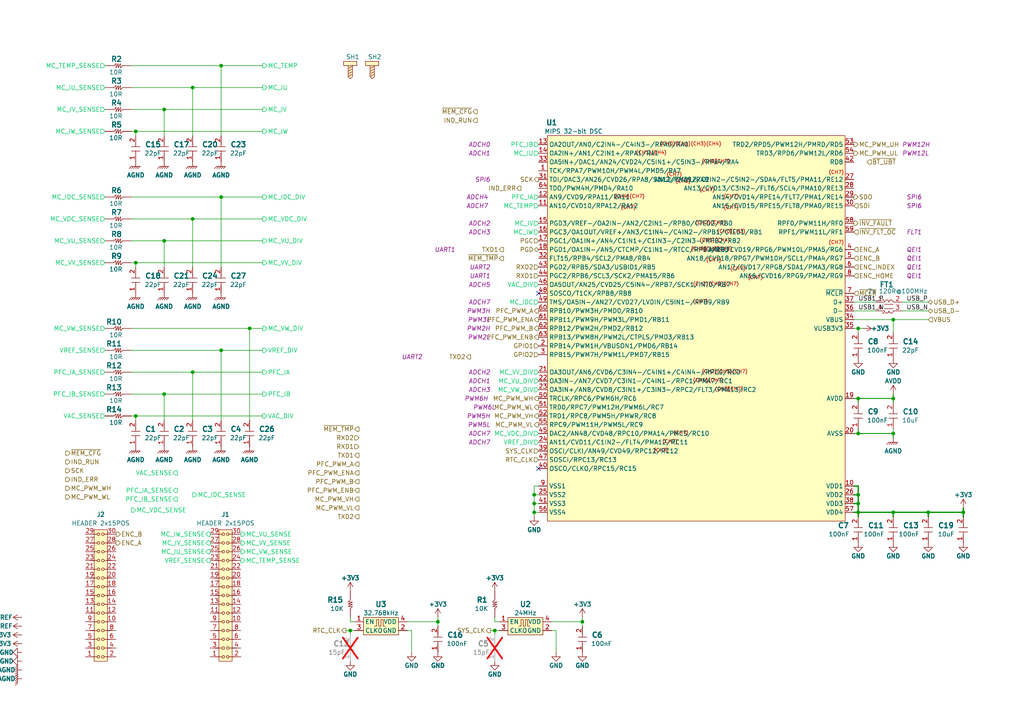
<source format=kicad_sch>
(kicad_sch (version 20231120) (generator "eeschema") (generator_version "8.0")
  (paper "A4")
  (title_block (title "MCU PLUG-IN MODULE (PIM)") (date "2024-09-30") (rev "0.0") (company "TON DUC THANG UNIVERSITY") (comment 1 "Schematic Designed by ...") (comment 2 "PCB Designed by ...") (comment 3 "Approved by ..."))
  (junction (at 269.24 148.59))
  (junction (at 47.625 31.75))
  (junction (at 168.91 180.34))
  (junction (at 101.6 182.88))
  (junction (at 47.625 69.85))
  (junction (at 259.08 148.59))
  (junction (at 55.88 63.5))
  (junction (at 55.88 107.95))
  (junction (at 64.135 101.6))
  (junction (at 248.92 148.59))
  (junction (at 154.94 143.51))
  (junction (at 39.37 120.65))
  (junction (at 248.92 146.05))
  (junction (at 39.37 76.2))
  (junction (at 127 180.34))
  (junction (at 259.08 92.71))
  (junction (at 248.92 125.73))
  (junction (at 72.39 95.25))
  (junction (at 64.135 19.05))
  (junction (at 154.94 146.05))
  (junction (at 154.94 148.59))
  (junction (at 248.92 143.51))
  (junction (at 39.37 38.1))
  (junction (at 55.88 25.4))
  (junction (at 64.135 57.15))
  (junction (at 259.08 115.57))
  (junction (at 47.625 114.3))
  (junction (at 248.92 115.57))
  (junction (at 248.92 95.25))
  (junction (at 259.08 125.73))
  (junction (at 279.4 148.59))
  (junction (at 143.51 182.88))
  (no_connect (at 156.21 85.09))
  (no_connect (at 156.21 135.89))
  (wire (pts (xy 47.625 69.85) (xy 76.2 69.85)))
  (wire (pts (xy 261.62 90.17) (xy 269.24 90.17)))
  (wire (pts (xy 248.92 96.52) (xy 248.92 95.25)))
  (wire (pts (xy 259.08 114.3) (xy 259.08 115.57)) (stroke (width 0.254)))
  (wire (pts (xy 248.92 148.59) (xy 248.92 149.86)) (stroke (width 0.381)))
  (wire (pts (xy 261.62 87.63) (xy 269.24 87.63)))
  (wire (pts (xy 279.4 147.32) (xy 279.4 148.59)) (stroke (width 0.381)))
  (wire (pts (xy 254 87.63) (xy 247.65 87.63)))
  (wire (pts (xy 156.21 148.59) (xy 154.94 148.59)))
  (wire (pts (xy 39.37 76.2) (xy 76.2 76.2)))
  (wire (pts (xy 101.6 180.34) (xy 101.6 179.07)))
  (wire (pts (xy 248.92 124.46) (xy 248.92 125.73)) (stroke (width 0.254)))
  (wire (pts (xy 55.88 25.4) (xy 55.88 39.37)))
  (wire (pts (xy 55.88 25.4) (xy 76.2 25.4)))
  (wire (pts (xy 64.135 57.15) (xy 76.2 57.15)))
  (wire (pts (xy 47.625 114.3) (xy 47.625 121.92)))
  (wire (pts (xy 161.29 189.23) (xy 161.29 182.88)))
  (wire (pts (xy 47.625 114.3) (xy 76.2 114.3)))
  (wire (pts (xy 269.24 148.59) (xy 279.4 148.59)) (stroke (width 0.381)))
  (wire (pts (xy 127 179.07) (xy 127 180.34)))
  (wire (pts (xy 38.1 114.3) (xy 47.625 114.3)))
  (wire (pts (xy 38.1 31.75) (xy 47.625 31.75)))
  (wire (pts (xy 55.88 63.5) (xy 76.2 63.5)))
  (wire (pts (xy 119.38 182.88) (xy 118.11 182.88)))
  (wire (pts (xy 72.39 121.92) (xy 72.39 95.25)))
  (wire (pts (xy 259.08 92.71) (xy 269.24 92.71)))
  (wire (pts (xy 100.33 182.88) (xy 101.6 182.88)))
  (wire (pts (xy 154.94 146.05) (xy 154.94 143.51)))
  (wire (pts (xy 259.08 124.46) (xy 259.08 125.73)))
  (wire (pts (xy 102.87 180.34) (xy 101.6 180.34)))
  (wire (pts (xy 55.88 107.95) (xy 76.2 107.95)))
  (wire (pts (xy 142.24 182.88) (xy 143.51 182.88)))
  (wire (pts (xy 47.625 31.75) (xy 47.625 39.37)))
  (wire (pts (xy 55.88 107.95) (xy 38.1 107.95)))
  (wire (pts (xy 39.37 76.2) (xy 39.37 77.47)))
  (wire (pts (xy 64.135 101.6) (xy 76.2 101.6)))
  (wire (pts (xy 247.65 146.05) (xy 248.92 146.05)) (stroke (width 0.381)))
  (wire (pts (xy 248.92 115.57) (xy 247.65 115.57)) (stroke (width 0.254)))
  (wire (pts (xy 160.02 180.34) (xy 168.91 180.34)))
  (wire (pts (xy 248.92 116.84) (xy 248.92 115.57)) (stroke (width 0.254)))
  (wire (pts (xy 38.1 19.05) (xy 64.135 19.05)))
  (wire (pts (xy 248.92 146.05) (xy 248.92 148.59)) (stroke (width 0.381)))
  (wire (pts (xy 39.37 38.1) (xy 39.37 39.37)))
  (wire (pts (xy 38.1 25.4) (xy 55.88 25.4)))
  (wire (pts (xy 154.94 146.05) (xy 156.21 146.05)))
  (wire (pts (xy 64.135 57.15) (xy 64.135 77.47)))
  (wire (pts (xy 259.08 116.84) (xy 259.08 115.57)) (stroke (width 0.254)))
  (wire (pts (xy 247.65 140.97) (xy 248.92 140.97)) (stroke (width 0.381)))
  (wire (pts (xy 259.08 125.73) (xy 259.08 127)) (stroke (width 0.254)))
  (wire (pts (xy 72.39 95.25) (xy 38.1 95.25)))
  (wire (pts (xy 248.92 95.25) (xy 250.19 95.25)))
  (wire (pts (xy 55.88 121.92) (xy 55.88 107.95)))
  (wire (pts (xy 55.88 77.47) (xy 55.88 63.5)))
  (wire (pts (xy 168.91 180.34) (xy 168.91 181.61)))
  (wire (pts (xy 144.78 180.34) (xy 143.51 180.34)))
  (wire (pts (xy 248.92 115.57) (xy 259.08 115.57)) (stroke (width 0.254)))
  (wire (pts (xy 279.4 149.86) (xy 279.4 148.59)) (stroke (width 0.381)))
  (wire (pts (xy 39.37 38.1) (xy 76.2 38.1)))
  (wire (pts (xy 154.94 148.59) (xy 154.94 149.86)))
  (wire (pts (xy 101.6 184.15) (xy 101.6 182.88)))
  (wire (pts (xy 154.94 143.51) (xy 154.94 140.97)))
  (wire (pts (xy 64.135 101.6) (xy 64.135 121.92)))
  (wire (pts (xy 248.92 143.51) (xy 248.92 146.05)) (stroke (width 0.381)))
  (wire (pts (xy 47.625 69.85) (xy 38.1 69.85)))
  (wire (pts (xy 247.65 148.59) (xy 248.92 148.59)) (stroke (width 0.381)))
  (wire (pts (xy 47.625 31.75) (xy 76.2 31.75)))
  (wire (pts (xy 254 90.17) (xy 247.65 90.17)))
  (wire (pts (xy 248.92 125.73) (xy 247.65 125.73)) (stroke (width 0.254)))
  (wire (pts (xy 39.37 120.65) (xy 38.1 120.65)))
  (wire (pts (xy 38.1 38.1) (xy 39.37 38.1)))
  (wire (pts (xy 269.24 148.59) (xy 269.24 149.86)) (stroke (width 0.381)))
  (wire (pts (xy 39.37 120.65) (xy 76.2 120.65)))
  (wire (pts (xy 247.65 92.71) (xy 259.08 92.71)))
  (wire (pts (xy 259.08 92.71) (xy 259.08 96.52)))
  (wire (pts (xy 248.92 95.25) (xy 247.65 95.25)))
  (wire (pts (xy 247.65 143.51) (xy 248.92 143.51)) (stroke (width 0.381)))
  (wire (pts (xy 38.1 101.6) (xy 64.135 101.6)))
  (wire (pts (xy 118.11 180.34) (xy 127 180.34)))
  (wire (pts (xy 38.1 76.2) (xy 39.37 76.2)))
  (wire (pts (xy 119.38 189.23) (xy 119.38 182.88)))
  (wire (pts (xy 143.51 184.15) (xy 143.51 182.88)))
  (wire (pts (xy 161.29 182.88) (xy 160.02 182.88)))
  (wire (pts (xy 154.94 140.97) (xy 156.21 140.97)))
  (wire (pts (xy 101.6 182.88) (xy 102.87 182.88)))
  (wire (pts (xy 154.94 143.51) (xy 156.21 143.51)))
  (wire (pts (xy 55.88 63.5) (xy 38.1 63.5)))
  (wire (pts (xy 143.51 182.88) (xy 144.78 182.88)))
  (wire (pts (xy 127 180.34) (xy 127 181.61)))
  (wire (pts (xy 39.37 121.92) (xy 39.37 120.65)))
  (wire (pts (xy 47.625 77.47) (xy 47.625 69.85)))
  (wire (pts (xy 72.39 95.25) (xy 76.2 95.25)))
  (wire (pts (xy 259.08 148.59) (xy 269.24 148.59)) (stroke (width 0.381)))
  (wire (pts (xy 168.91 179.07) (xy 168.91 180.34)))
  (wire (pts (xy 38.1 57.15) (xy 64.135 57.15)))
  (wire (pts (xy 259.08 148.59) (xy 259.08 149.86)) (stroke (width 0.381)))
  (wire (pts (xy 248.92 148.59) (xy 259.08 148.59)) (stroke (width 0.381)))
  (wire (pts (xy 64.135 19.05) (xy 64.135 39.37)))
  (wire (pts (xy 64.135 19.05) (xy 76.2 19.05)))
  (wire (pts (xy 154.94 148.59) (xy 154.94 146.05)))
  (wire (pts (xy 248.92 140.97) (xy 248.92 143.51)) (stroke (width 0.381)))
  (wire (pts (xy 259.08 125.73) (xy 248.92 125.73)) (stroke (width 0.254)))
  (wire (pts (xy 143.51 180.34) (xy 143.51 179.07)))
  (text "(CH7)" (at 212.09 57.15 0) (effects (font (size 1.016 1.016))))
  (text "(CH3)" (at 213.995 67.31 0) (effects (font (size 1.016 1.016))))
  (text "(CH3)" (at 209.55 113.03 0) (effects (font (size 1.016 1.016))))
  (text "(CH5)" (at 210.185 107.95 0) (effects (font (size 1.016 1.016))))
  (text "(CH7)" (at 195.58 50.8 0) (effects (font (size 1.016 1.016))))
  (text "(CH7)" (at 191.77 130.81 0) (effects (font (size 1.016 1.016))))
  (text "(CH1)" (at 203.2 110.49 0) (effects (font (size 1.016 1.016))))
  (text "(CH0)" (at 205.74 46.99 0) (effects (font (size 1.016 1.016))))
  (text "(CH4)" (at 209.55 69.85 0) (effects (font (size 1.016 1.016))))
  (text "(CH2)" (at 203.835 64.77 0) (effects (font (size 1.016 1.016))))
  (text "(CH7)" (at 182.245 60.325 0) (effects (font (size 1.016 1.016))))
  (text "(CH1)" (at 186.69 44.45 0) (effects (font (size 1.016 1.016))))
  (text "(CH3)" (at 202.565 41.91 0) (effects (font (size 1.016 1.016))))
  (text "(CH0)" (at 202.565 72.39 0) (effects (font (size 1.016 1.016))))
  (text "(CH7)" (at 212.09 82.55 0) (effects (font (size 1.016 1.016))))
  (text "(CH1)" (at 198.12 41.91 0) (effects (font (size 1.016 1.016))))
  (text "(CH5)" (at 208.28 64.77 0) (effects (font (size 1.016 1.016))))
  (text "(CH7)" (at 205.105 55.245 0) (effects (font (size 1.016 1.016))))
  (text "(CH5)" (at 207.645 82.55 0) (effects (font (size 1.016 1.016))))
  (text "(CH7)" (at 197.485 125.73 0) (effects (font (size 1.016 1.016))))
  (text "(CH7)" (at 184.785 57.15 0) (effects (font (size 1.016 1.016))))
  (text "(CH7)" (at 194.31 128.27 0) (effects (font (size 1.016 1.016))))
  (text "(CH7)" (at 213.995 78.105 0) (effects (font (size 1.016 1.016))))
  (text "(CH7)" (at 219.075 80.645 0) (effects (font (size 1.016 1.016))))
  (text "(CH7)" (at 203.2 87.63 0) (effects (font (size 1.016 1.016))))
  (text "(CH4)" (at 207.01 41.91 0) (effects (font (size 1.016 1.016))))
  (text "(CH4)" (at 191.135 44.45 0) (effects (font (size 1.016 1.016))))
  (text "(CH7)" (at 242.57 70.485 0) (effects (font (size 1.016 1.016))))
  (text "(CH7)" (at 209.55 46.99 0) (effects (font (size 1.016 1.016))))
  (text "(CH5)" (at 210.185 72.39 0) (effects (font (size 1.016 1.016))))
  (text "(CH4)" (at 180.34 57.15 0) (effects (font (size 1.016 1.016))))
  (text "(CH7)" (at 213.36 113.03 0) (effects (font (size 1.016 1.016))))
  (text "(CH7)" (at 242.57 50.165 0) (effects (font (size 1.016 1.016))))
  (text "(CH0)" (at 210.185 67.31 0) (effects (font (size 1.016 1.016))))
  (text "(CH7)" (at 214.63 107.95 0) (effects (font (size 1.016 1.016))))
  (text "(CH7)" (at 207.645 110.49 0) (effects (font (size 1.016 1.016))))
  (text "(CH2)" (at 203.2 82.55 0) (effects (font (size 1.016 1.016))))
  (text "(CH1)" (at 205.105 69.85 0) (effects (font (size 1.016 1.016))))
  (text "(CH7)" (at 212.09 60.325 0) (effects (font (size 1.016 1.016))))
  (text "(CH3)" (at 198.12 52.705 0) (effects (font (size 1.016 1.016))))
  (text "(CH2)" (at 206.375 72.39 0) (effects (font (size 1.016 1.016))))
  (text "(CH2)" (at 205.74 107.95 0) (effects (font (size 1.016 1.016))))
  (text "(CH0)" (at 193.675 41.91 0) (effects (font (size 1.016 1.016))))
  (text "(CH7)" (at 207.01 75.565 0) (effects (font (size 1.016 1.016))))
  (label "USB_N" (at 262.89 90.17 0))
  (label "USB1_P" (at 248.92 87.63 0))
  (label "USB1_N" (at 248.92 90.17 0))
  (label "USB_P" (at 262.89 87.63 0))
  (hierarchical_label "MC_VW_SENSE" (shape output) (at 69.85 160.02 0))
  (hierarchical_label "VAC_SENSE" (shape input) (at 30.48 120.65 180))
  (hierarchical_label "MC_PWM_UH" (shape output) (at 247.65 41.91 0) (property "Netclass" "PWM12H" (at 261.62 41.91 0) (effects (font (italic yes)) (justify left))))
  (hierarchical_label "VREF_DIV" (shape output) (at 76.2 101.6 0))
  (hierarchical_label "VREF_SENSE" (shape output) (at 60.96 162.56 180))
  (hierarchical_label "MC_IDC_SENSE" (shape input) (at 30.48 57.15 180))
  (hierarchical_label "GPIO2" (shape input) (at 156.21 102.87 180))
  (hierarchical_label "ENC_A" (shape output) (at 33.655 157.48 0) (property "Netclass" "QEI1" (effects (hide yes))))
  (hierarchical_label "MC_IDC_SENSE" (shape output) (at 55.88 143.51 0))
  (hierarchical_label "RTC_CLK" (shape input) (at 156.21 133.35 180))
  (hierarchical_label "IND_RUN" (shape output) (at 19.05 133.985 0))
  (hierarchical_label "PGD" (shape bidirectional) (at 156.21 72.39 180))
  (hierarchical_label "SCK" (shape output) (at 156.21 52.07 180) (property "Netclass" "SPI6" (at 142.24 52.07 0) (effects (font (italic yes)) (justify right))))
  (hierarchical_label "SYS_CLK" (shape input) (at 156.21 130.81 180))
  (hierarchical_label "MC_PWM_UH" (shape output) (at -13.335 153.67 0) (property "Netclass" "PWM12H" (effects (hide yes))))
  (hierarchical_label "SDO" (shape output) (at -13.335 161.29 0) (property "Netclass" "SPI6" (effects (hide yes))))
  (hierarchical_label "SDO" (shape output) (at 247.65 57.15 0) (property "Netclass" "SPI6" (at 262.89 57.15 0) (effects (font (italic yes)) (justify left))))
  (hierarchical_label "ENC_B" (shape output) (at 33.655 154.94 0) (property "Netclass" "QEI1" (effects (hide yes))))
  (hierarchical_label "MC_PWM_WH" (shape output) (at 19.05 141.605 0) (property "Netclass" "PWM6H" (effects (hide yes))))
  (hierarchical_label "GPIO1" (shape input) (at -4.445 143.51 180))
  (hierarchical_label "MC_VDC_SENSE" (shape input) (at 30.48 63.5 180))
  (hierarchical_label "SDI" (shape input) (at 247.65 59.69 0) (property "Netclass" "SPI6" (at 262.89 59.69 0) (effects (font (italic yes)) (justify left))))
  (hierarchical_label "MC_IW_SENSE" (shape output) (at 60.96 154.94 180))
  (hierarchical_label "MC_PWM_WH" (shape output) (at 156.21 115.57 180) (property "Netclass" "PWM6H" (at 141.605 115.57 0) (effects (font (italic yes)) (justify right))))
  (hierarchical_label "MC_IV" (shape output) (at 76.2 31.75 0))
  (hierarchical_label "USB_D+" (shape bidirectional) (at -13.335 186.69 0))
  (hierarchical_label "MC_VV_SENSE" (shape output) (at 69.85 157.48 0))
  (hierarchical_label "GPIO2" (shape input) (at -4.445 146.05 180))
  (hierarchical_label "MC_TEMP_SENSE" (shape output) (at 69.85 162.56 0))
  (hierarchical_label "MC_IU_SENSE" (shape input) (at 30.48 25.4 180))
  (hierarchical_label "ENC_HOME" (shape input) (at -13.335 179.07 0) (property "Netclass" "QEI1" (effects (hide yes))))
  (hierarchical_label "SDI" (shape input) (at -13.335 163.83 0) (property "Netclass" "SPI6" (effects (hide yes))))
  (hierarchical_label "PFC_PWM_B" (shape output) (at 104.14 139.7 180) (property "Netclass" "PWM2H" (effects (hide yes))))
  (hierarchical_label "SYS_CLK" (shape output) (at 142.24 182.88 180))
  (hierarchical_label "MC_TEMP" (shape input) (at 156.21 59.69 180) (property "Netclass" "ADCH7" (at 141.605 59.69 0) (effects (font (italic yes)) (justify right))))
  (hierarchical_label "MC_IV_SENSE" (shape input) (at 30.48 31.75 180))
  (hierarchical_label "SCK" (shape output) (at 19.05 136.525 0) (property "Netclass" "SPI6" (effects (hide yes))))
  (hierarchical_label "VREF_SENSE" (shape input) (at 30.48 101.6 180))
  (hierarchical_label "PFC_PWM_B" (shape output) (at 156.21 95.25 180) (property "Netclass" "PWM2H" (at 142.24 95.25 0) (effects (font (italic yes)) (justify right))))
  (hierarchical_label "MC_PWM_VH" (shape output) (at 156.21 120.65 180) (property "Netclass" "PWM5H" (at 142.24 120.65 0) (effects (font (italic yes)) (justify right))))
  (hierarchical_label "RTC_CLK" (shape output) (at 100.33 182.88 180))
  (hierarchical_label "USB_D-" (shape bidirectional) (at 269.24 90.17 0))
  (hierarchical_label "RXD1" (shape input) (at 156.21 80.01 180) (property "Netclass" "UART1" (at 142.24 80.01 0) (effects (font (italic yes)) (justify right))))
  (hierarchical_label "MC_VV_SENSE" (shape input) (at 30.48 76.2 180))
  (hierarchical_label "MC_PWM_VL" (shape output) (at 104.14 147.32 180) (property "Netclass" "PWM5L" (effects (hide yes))))
  (hierarchical_label "ENC_INDEX" (shape input) (at 247.65 77.47 0) (property "Netclass" "QEI1" (at 262.89 77.47 0) (effects (font (italic yes)) (justify left))))
  (hierarchical_label "~{MCLR}" (shape input) (at 247.65 85.09 0))
  (hierarchical_label "MC_VW_DIV" (shape input) (at 156.21 113.03 180) (property "Netclass" "ADCH3" (at 142.24 113.03 0) (effects (font (italic yes)) (justify right))))
  (hierarchical_label "PFC_PWM_A" (shape output) (at 104.14 134.62 180) (property "Netclass" "PWM3H" (effects (hide yes))))
  (hierarchical_label "PFC_PWM_ENA" (shape output) (at 104.14 137.16 180) (property "Netclass" "PWM3L" (effects (hide yes))))
  (hierarchical_label "MC_IU" (shape output) (at 76.2 25.4 0))
  (hierarchical_label "~{INV_FAULT}" (shape output) (at -13.335 166.37 0))
  (hierarchical_label "PFC_IA" (shape output) (at 76.2 107.95 0))
  (hierarchical_label "PFC_IA_SENSE" (shape output) (at 51.435 142.24 180))
  (hierarchical_label "RXD2" (shape input) (at 156.21 77.47 180) (property "Netclass" "UART2" (at 142.24 77.47 0) (effects (font (italic yes)) (justify right))))
  (hierarchical_label "~{INV_FLT_OC}" (shape input) (at 247.65 67.31 0) (property "Netclass" "FLT1" (at 262.89 67.31 0) (effects (font (italic yes)) (justify left))))
  (hierarchical_label "MC_VU_SENSE" (shape input) (at 30.48 69.85 180))
  (hierarchical_label "MC_PWM_UL" (shape output) (at 247.65 44.45 0) (property "Netclass" "PWM12L" (at 261.62 44.45 0) (effects (font (italic yes)) (justify left))))
  (hierarchical_label "VREF_DIV" (shape input) (at 156.21 128.27 180) (property "Netclass" "ADCH7" (at 142.24 128.27 0) (effects (font (italic yes)) (justify right))))
  (hierarchical_label "~{MEM_CFG}" (shape output) (at 19.05 131.445 0))
  (hierarchical_label "MC_PWM_WL" (shape output) (at 19.05 144.145 0) (property "Netclass" "PWM6L" (effects (hide yes))))
  (hierarchical_label "MC_VDC_DIV" (shape output) (at 76.2 63.5 0))
  (hierarchical_label "MC_VV_DIV" (shape input) (at 156.21 107.95 180) (property "Netclass" "ADCH2" (at 142.24 107.95 0) (effects (font (italic yes)) (justify right))))
  (hierarchical_label "MC_VW_SENSE" (shape input) (at 30.48 95.25 180))
  (hierarchical_label "PFC_IB" (shape input) (at 156.21 41.91 180) (property "Netclass" "ADCH0" (at 142.24 41.91 0) (effects (font (italic yes)) (justify right))))
  (hierarchical_label "~{MEM_CFG}" (shape output) (at 138.43 32.385 180))
  (hierarchical_label "ENC_A" (shape input) (at 247.65 72.39 0) (property "Netclass" "QEI1" (at 262.89 72.39 0) (effects (font (italic yes)) (justify left))))
  (hierarchical_label "MC_VU_DIV" (shape input) (at 156.21 110.49 180) (property "Netclass" "ADCH1" (at 142.24 110.49 0) (effects (font (italic yes)) (justify right))))
  (hierarchical_label "IND_RUN" (shape output) (at 138.43 34.925 180))
  (hierarchical_label "TXD1" (shape output) (at 146.05 72.39 180) (property "Netclass" "UART1" (at 132.08 72.39 0) (effects (font (italic yes)) (justify right))))
  (hierarchical_label "MC_VU_DIV" (shape output) (at 76.2 69.85 0))
  (hierarchical_label "PFC_IB_SENSE" (shape output) (at 51.435 144.78 180))
  (hierarchical_label "MC_IU" (shape input) (at 156.21 44.45 180) (property "Netclass" "ADCH1" (at 142.24 44.45 0) (effects (font (italic yes)) (justify right))))
  (hierarchical_label "VBUS" (shape input) (at -13.335 181.61 0))
  (hierarchical_label "ENC_HOME" (shape input) (at 247.65 80.01 0) (property "Netclass" "QEI1" (at 262.89 80.01 0) (effects (font (italic yes)) (justify left))))
  (hierarchical_label "MC_PWM_VL" (shape output) (at 156.21 123.19 180) (property "Netclass" "PWM5L" (at 142.24 123.19 0) (effects (font (italic yes)) (justify right))))
  (hierarchical_label "ENC_B" (shape input) (at 247.65 74.93 0) (property "Netclass" "QEI1" (at 262.89 74.93 0) (effects (font (italic yes)) (justify left))))
  (hierarchical_label "MC_IDC" (shape input) (at 156.21 87.63 180) (property "Netclass" "ADCH7" (at 142.24 87.63 0) (effects (font (italic yes)) (justify right))))
  (hierarchical_label "RXD2" (shape input) (at 104.14 127 180) (property "Netclass" "UART2" (effects (hide yes))))
  (hierarchical_label "TXD2" (shape output) (at 104.14 149.86 180) (property "Netclass" "UART2" (effects (hide yes))))
  (hierarchical_label "MC_IU_SENSE" (shape output) (at 60.96 160.02 180))
  (hierarchical_label "PFC_IB" (shape output) (at 76.2 114.3 0))
  (hierarchical_label "~{BT_UBT}" (shape input) (at -13.335 158.75 0))
  (hierarchical_label "MC_IDC_DIV" (shape output) (at 76.2 57.15 0))
  (hierarchical_label "~{MCLR}" (shape input) (at -13.335 184.15 0))
  (hierarchical_label "MC_PWM_UL" (shape output) (at -13.335 156.21 0) (property "Netclass" "PWM12L" (effects (hide yes))))
  (hierarchical_label "GPIO1" (shape input) (at 156.21 100.33 180))
  (hierarchical_label "VAC_SENSE" (shape output) (at 51.435 137.16 180))
  (hierarchical_label "PGC" (shape input) (at 156.21 69.85 180))
  (hierarchical_label "PFC_PWM_ENB" (shape output) (at 104.14 142.24 180) (property "Netclass" "PWM2L" (effects (hide yes))))
  (hierarchical_label "~{INV_FLT_OC}" (shape input) (at -13.335 168.91 0) (property "Netclass" "FLT1" (effects (hide yes))))
  (hierarchical_label "VAC_DIV" (shape output) (at 76.2 120.65 0))
  (hierarchical_label "USB_D+" (shape bidirectional) (at 269.24 87.63 0))
  (hierarchical_label "TXD1" (shape output) (at 104.14 132.08 180) (property "Netclass" "UART1" (effects (hide yes))))
  (hierarchical_label "TXD2" (shape output) (at 136.525 103.505 180) (property "Netclass" "UART2" (at 122.555 103.505 0) (effects (font (italic yes)) (justify right))))
  (hierarchical_label "MC_IW_SENSE" (shape input) (at 30.48 38.1 180))
  (hierarchical_label "ENC_INDEX" (shape input) (at -13.335 176.53 0) (property "Netclass" "QEI1" (effects (hide yes))))
  (hierarchical_label "MC_VDC_SENSE" (shape output) (at 38.1 147.955 0))
  (hierarchical_label "MC_IV_SENSE" (shape output) (at 60.96 157.48 180))
  (hierarchical_label "MC_IW" (shape output) (at 76.2 38.1 0))
  (hierarchical_label "IND_ERR" (shape output) (at 151.13 54.61 180))
  (hierarchical_label "PFC_PWM_A" (shape output) (at 156.21 90.17 180) (property "Netclass" "PWM3H" (at 142.24 90.17 0) (effects (font (italic yes)) (justify right))))
  (hierarchical_label "PFC_IA" (shape input) (at 156.21 57.15 180) (property "Netclass" "ADCH4" (at 141.605 57.15 0) (effects (font (italic yes)) (justify right))))
  (hierarchical_label "MC_VW_DIV" (shape output) (at 76.2 95.25 0))
  (hierarchical_label "PFC_IA_SENSE" (shape input) (at 30.48 107.95 180))
  (hierarchical_label "MC_TEMP_SENSE" (shape input) (at 30.48 19.05 180))
  (hierarchical_label "MC_PWM_VH" (shape output) (at 104.14 144.78 180) (property "Netclass" "PWM5H" (effects (hide yes))))
  (hierarchical_label "PFC_PWM_ENA" (shape output) (at 156.21 92.71 180) (property "Netclass" "PWM3L" (at 142.24 92.71 0) (effects (font (italic yes)) (justify right))))
  (hierarchical_label "MC_IW" (shape input) (at 156.21 67.31 180) (property "Netclass" "ADCH3" (at 142.24 67.31 0) (effects (font (italic yes)) (justify right))))
  (hierarchical_label "MC_VDC_DIV" (shape input) (at 156.21 125.73 180) (property "Netclass" "ADCH7" (at 142.24 125.73 0) (effects (font (italic yes)) (justify right))))
  (hierarchical_label "~{MEM_TMP}" (shape output) (at 104.14 124.46 180))
  (hierarchical_label "USB_D-" (shape bidirectional) (at -13.335 189.23 0))
  (hierarchical_label "PFC_IB_SENSE" (shape input) (at 30.48 114.3 180))
  (hierarchical_label "MC_TEMP" (shape output) (at 76.2 19.05 0))
  (hierarchical_label "VAC_DIV" (shape input) (at 156.21 82.55 180) (property "Netclass" "ADCH5" (at 142.24 82.55 0) (effects (font (italic yes)) (justify right))))
  (hierarchical_label "PFC_PWM_ENB" (shape output) (at 156.21 97.79 180) (property "Netclass" "PWM2L" (at 142.24 97.79 0) (effects (font (italic yes)) (justify right))))
  (hierarchical_label "~{BT_UBT}" (shape input) (at 251.46 46.99 0))
  (hierarchical_label "MC_IV" (shape input) (at 156.21 64.77 180) (property "Netclass" "ADCH2" (at 142.24 64.77 0) (effects (font (italic yes)) (justify right))))
  (hierarchical_label "MC_VU_SENSE" (shape output) (at 69.85 154.94 0))
  (hierarchical_label "RXD1" (shape input) (at 104.14 129.54 180) (property "Netclass" "UART1" (effects (hide yes))))
  (hierarchical_label "VBUS" (shape input) (at 269.24 92.71 0))
  (hierarchical_label "IND_ERR" (shape output) (at 19.05 139.065 0))
  (hierarchical_label "MC_VV_DIV" (shape output) (at 76.2 76.2 0))
  (hierarchical_label "MC_PWM_WL" (shape output) (at 156.21 118.11 180) (property "Netclass" "PWM6L" (at 137.16 118.11 0) (effects (font (italic yes)) (justify left))))
  (hierarchical_label "~{MEM_TMP}" (shape output) (at 146.05 74.93 180))
  (hierarchical_label "~{INV_FAULT}" (shape output) (at 247.65 64.77 0))
  (symbol (lib_id "SAMPI:CERCAP") (at 36.83 44.45 90) (unit 1)
    (property "Reference" "C15" (at 41.91 41.9099 90) (effects (font (size 1.5 1.5) (bold yes)) (justify right)))
    (property "Value" "22pF" (at 41.91 44.4499 90) (effects (justify right)))
    (property "Footprint" "SAMPI:CAP0603" (effects (hide yes)))
    (property "Description" "CAP CER 22PF 50V C0G/NP0 0603" (effects (hide yes)))
    (property "MNP" "0603N220J500CT" (effects (hide yes)))
    (property "Unit Price" "0.012" (effects (hide yes)))
    (property "MFT" "Walsin" (effects (hide yes)))
    (property "Checked" "OK" (effects (hide yes)))
  )
  (symbol (lib_id "SAMPI:RES") (at 33.02 54.61 0) (unit 1)
    (property "Reference" "R6" (at 35.56 55.245 0) (effects (font (size 1.5 1.5) (bold yes)) (justify right)))
    (property "Value" "10R" (at 35.56 59.055 0) (effects (justify right)))
  )
  (symbol (lib_id "SAMPI:AGND") (at 64.135 129.54 0) (unit 1)
    (property "Reference" "#PWR012" (effects (hide yes)))
    (property "Value" "AGND" (at 64.135 133.35 0) (effects (font (bold yes))))
  )
  (symbol (lib_id "power:GND") (at 259.08 104.14 0) (unit 1)
    (property "Reference" "#PWR026" (effects (hide yes)))
    (property "Value" "GND" (at 259.08 107.95 0) (effects (font (bold yes))))
  )
  (symbol (lib_id "SAMPI:CERCAP") (at 45.085 127 90) (unit 1)
    (property "Reference" "C2" (at 50.165 124.4599 90) (effects (font (size 1.5 1.5) (bold yes)) (justify right)))
    (property "Value" "22pF" (at 50.165 126.9999 90) (effects (justify right)))
    (property "Footprint" "SAMPI:CAP0603" (effects (hide yes)))
    (property "Description" "CAP CER 22PF 50V C0G/NP0 0603" (effects (hide yes)))
    (property "MNP" "0603N220J500CT" (effects (hide yes)))
    (property "Unit Price" "0.012" (effects (hide yes)))
    (property "MFT" "Walsin" (effects (hide yes)))
    (property "Checked" "OK" (effects (hide yes)))
  )
  (symbol (lib_id "power:+3V3") (at 279.4 147.32 0) (mirror y) (unit 1)
    (property "Reference" "#PWR041" (effects (hide yes)))
    (property "Value" "+3V3" (at 279.4 143.51 0) (effects (font (bold yes))))
  )
  (symbol (lib_id "SAMPI:RES") (at 33.02 73.66 0) (unit 1)
    (property "Reference" "R9" (at 35.56 74.295 0) (effects (font (size 1.5 1.5) (bold yes)) (justify right)))
    (property "Value" "10R" (at 35.56 78.105 0) (effects (justify right)))
  )
  (symbol (lib_id "SAMPI:CERCAP") (at 251.46 121.92 270) (mirror x) (unit 1)
    (property "Reference" "C9" (at 251.46 119.3799 90) (effects (font (size 1.5 1.5) (bold yes)) (justify left)))
    (property "Value" "100nF" (at 251.46 121.9199 90) (effects (justify left)))
    (property "Footprint" "SAMPI:CAP0603" (effects (hide yes)))
    (property "Description" "CAP CER 0.1UF 50V X7R 0603" (effects (hide yes)))
    (property "MNP" "CL10B104KB8NNNC" (effects (hide yes)))
    (property "Unit Price" "0.0146" (effects (hide yes)))
    (property "MFT" "Samsung" (effects (hide yes)))
    (property "Checked" "OK" (effects (hide yes)))
  )
  (symbol (lib_id "SAMPI:AGND") (at 39.37 46.99 0) (unit 1)
    (property "Reference" "#PWR027" (effects (hide yes)))
    (property "Value" "AGND" (at 39.37 50.8 0) (effects (font (bold yes))))
  )
  (symbol (lib_id "SAMPI:CERCAP") (at 45.085 44.45 90) (unit 1)
    (property "Reference" "C17" (at 50.165 41.9099 90) (effects (font (size 1.5 1.5) (bold yes)) (justify right)))
    (property "Value" "22pF" (at 50.165 44.4499 90) (effects (justify right)))
    (property "Footprint" "SAMPI:CAP0603" (effects (hide yes)))
    (property "Description" "CAP CER 22PF 50V C0G/NP0 0603" (effects (hide yes)))
    (property "MNP" "0603N220J500CT" (effects (hide yes)))
    (property "Unit Price" "0.012" (effects (hide yes)))
    (property "MFT" "Walsin" (effects (hide yes)))
    (property "Checked" "OK" (effects (hide yes)))
  )
  (symbol (lib_id "SAMPI:AGND") (at 259.08 127 0) (unit 1)
    (property "Reference" "#PWR019" (effects (hide yes)))
    (property "Value" "AGND" (at 259.08 130.81 0) (effects (font (bold yes))))
  )
  (symbol (lib_id "power:GND") (at 248.92 104.14 0) (unit 1)
    (property "Reference" "#PWR018" (effects (hide yes)))
    (property "Value" "GND" (at 248.92 107.95 0) (effects (font (bold yes))))
  )
  (symbol (lib_id "power:GND") (at 259.08 157.48 0) (mirror y) (unit 1)
    (property "Reference" "#PWR023" (effects (hide yes)))
    (property "Value" "GND" (at 259.08 161.29 0) (effects (font (bold yes))))
  )
  (symbol (lib_id "SAMPI:RES") (at 33.02 60.96 0) (unit 1)
    (property "Reference" "R7" (at 35.56 61.595 0) (effects (font (size 1.5 1.5) (bold yes)) (justify right)))
    (property "Value" "10R" (at 35.56 65.405 0) (effects (justify right)))
  )
  (symbol (lib_id "SAMPI:AGND") (at 6.35 196.85 270) (mirror x) (unit 1)
    (property "Reference" "#PWR08" (effects (hide yes)))
    (property "Value" "AGND" (at 1.905 196.85 90) (effects (font (bold yes))))
  )
  (symbol (lib_id "SAMPI:CERCAP") (at 53.34 82.55 90) (unit 1)
    (property "Reference" "C24" (at 58.42 80.0099 90) (effects (font (size 1.5 1.5) (bold yes)) (justify right)))
    (property "Value" "22pF" (at 58.42 82.5499 90) (effects (justify right)))
    (property "Footprint" "SAMPI:CAP0603" (effects (hide yes)))
    (property "Description" "CAP CER 22PF 50V C0G/NP0 0603" (effects (hide yes)))
    (property "MNP" "0603N220J500CT" (effects (hide yes)))
    (property "Unit Price" "0.012" (effects (hide yes)))
    (property "MFT" "Walsin" (effects (hide yes)))
    (property "Checked" "OK" (effects (hide yes)))
  )
  (symbol (lib_id "SAMPI:SCREWHOLDER") (at 101.6 16.51 0) (unit 1) (in_bom no)
    (property "Reference" "SH1" (at 100.33 16.51 0) (effects (justify left)))
    (property "Value" "SCREW HOLDER" (effects (hide yes)))
    (property "Footprint" "Liem:HOLDER-3MM" (effects (hide yes)))
  )
  (symbol (lib_id "SAMPI:CERCAP") (at 61.595 44.45 90) (unit 1)
    (property "Reference" "C23" (at 66.675 41.9099 90) (effects (font (size 1.5 1.5) (bold yes)) (justify right)))
    (property "Value" "22pF" (at 66.675 44.4499 90) (effects (justify right)))
    (property "Footprint" "SAMPI:CAP0603" (effects (hide yes)))
    (property "Description" "CAP CER 22PF 50V C0G/NP0 0603" (effects (hide yes)))
    (property "MNP" "0603N220J500CT" (effects (hide yes)))
    (property "Unit Price" "0.012" (effects (hide yes)))
    (property "MFT" "Walsin" (effects (hide yes)))
    (property "Checked" "OK" (effects (hide yes)))
  )
  (symbol (lib_id "SAMPI:CERCAP") (at 171.45 186.69 270) (mirror x) (unit 1)
    (property "Reference" "C6" (at 171.45 184.1499 90) (effects (font (size 1.5 1.5) (bold yes)) (justify left)))
    (property "Value" "100nF" (at 171.45 186.6899 90) (effects (justify left)))
    (property "Footprint" "SAMPI:CAP0603" (effects (hide yes)))
    (property "Description" "CAP CER 0.1UF 50V X7R 0603" (effects (hide yes)))
    (property "MNP" "CL10B104KB8NNNC" (effects (hide yes)))
    (property "Unit Price" "0.0146" (effects (hide yes)))
    (property "MFT" "Samsung" (effects (hide yes)))
    (property "Checked" "OK" (effects (hide yes)))
  )
  (symbol (lib_id "SAMPI:CERCAP") (at 45.085 82.55 90) (unit 1)
    (property "Reference" "C21" (at 50.165 80.0099 90) (effects (font (size 1.5 1.5) (bold yes)) (justify right)))
    (property "Value" "22pF" (at 50.165 82.5499 90) (effects (justify right)))
    (property "Footprint" "SAMPI:CAP0603" (effects (hide yes)))
    (property "Description" "CAP CER 22PF 50V C0G/NP0 0603" (effects (hide yes)))
    (property "MNP" "0603N220J500CT" (effects (hide yes)))
    (property "Unit Price" "0.012" (effects (hide yes)))
    (property "MFT" "Walsin" (effects (hide yes)))
    (property "Checked" "OK" (effects (hide yes)))
  )
  (symbol (lib_id "power:GND") (at 119.38 189.23 0) (unit 1)
    (property "Reference" "#PWR034" (effects (hide yes)))
    (property "Value" "GND" (at 119.38 193.04 0) (effects (font (bold yes))))
  )
  (symbol (lib_id "SAMPI:RES") (at 33.02 105.41 0) (unit 1)
    (property "Reference" "R12" (at 35.56 106.045 0) (effects (font (size 1.5 1.5) (bold yes)) (justify right)))
    (property "Value" "10R" (at 35.56 109.855 0) (effects (justify right)))
  )
  (symbol (lib_id "power:GND") (at 279.4 157.48 0) (mirror y) (unit 1)
    (property "Reference" "#PWR031" (effects (hide yes)))
    (property "Value" "GND" (at 279.4 161.29 0) (effects (font (bold yes))))
  )
  (symbol (lib_id "SAMPI:DIL30") (at 65.405 195.58 0) (mirror x) (unit 1)
    (property "Reference" "J1" (at 65.405 149.225 0) (effects (font (thickness 0.254) (bold yes))))
    (property "Value" "HEADER 2x15POS" (at 65.405 151.765 0))
    (property "Footprint" "SAMPI:HD-2x15x0.4-SMD" (effects (hide yes)))
    (property "Description" "CONN PLUG 30POS SMD GOLD" (effects (hide yes)))
    (property "MNP" "DF40GB-30DP-0.4V(51)" (effects (hide yes)))
    (property "MFT" "Hirose Electric Co Ltd" (effects (hide yes)))
  )
  (symbol (lib_id "power:GND") (at 6.35 191.77 270) (unit 1)
    (property "Reference" "#PWR06" (effects (hide yes)))
    (property "Value" "GND" (at 1.905 191.77 90) (effects (font (bold yes))))
  )
  (symbol (lib_id "SAMPI:CERCAP") (at 61.595 82.55 90) (unit 1)
    (property "Reference" "C27" (at 66.675 80.0099 90) (effects (font (size 1.5 1.5) (bold yes)) (justify right)))
    (property "Value" "22pF" (at 66.675 82.5499 90) (effects (justify right)))
    (property "Footprint" "SAMPI:CAP0603" (effects (hide yes)))
    (property "Description" "CAP CER 22PF 50V C0G/NP0 0603" (effects (hide yes)))
    (property "MNP" "0603N220J500CT" (effects (hide yes)))
    (property "Unit Price" "0.012" (effects (hide yes)))
    (property "MFT" "Walsin" (effects (hide yes)))
    (property "Checked" "OK" (effects (hide yes)))
  )
  (symbol (lib_id "SAMPI:CERCAP") (at 256.54 121.92 90) (unit 1)
    (property "Reference" "C10" (at 261.62 119.3799 90) (effects (font (size 1.5 1.5) (bold yes)) (justify right)))
    (property "Value" "10uF" (at 261.62 121.9199 90) (effects (justify right)))
    (property "Footprint" "SAMPI:CAP0603" (effects (hide yes)))
    (property "Description" "CAP CER 10UF 6.3V X5R 0603" (effects (hide yes)))
    (property "MNP" "CL10A106MQ8NNNC" (effects (hide yes)))
    (property "Unit Price" "0.079" (effects (hide yes)))
    (property "MFT" "Samsung" (effects (hide yes)))
    (property "Checked" "OK" (effects (hide yes)))
  )
  (symbol (lib_id "SAMPI:CERCAP") (at 266.7 154.94 90) (unit 1)
    (property "Reference" "C13" (at 266.7 152.3999 90) (effects (font (size 1.5 1.5) (bold yes)) (justify left)))
    (property "Value" "100nF" (at 266.7 154.9399 90) (effects (justify left)))
    (property "Footprint" "SAMPI:CAP0603" (effects (hide yes)))
    (property "Description" "CAP CER 0.1UF 50V X7R 0603" (effects (hide yes)))
    (property "MNP" "CL10B104KB8NNNC" (effects (hide yes)))
    (property "Unit Price" "0.0146" (effects (hide yes)))
    (property "MFT" "Samsung" (effects (hide yes)))
    (property "Checked" "OK" (effects (hide yes)))
  )
  (symbol (lib_id "power:+3V3") (at 168.91 179.07 0) (mirror y) (unit 1)
    (property "Reference" "#PWR016" (effects (hide yes)))
    (property "Value" "+3V3" (at 168.91 175.26 0) (effects (font (bold yes))))
  )
  (symbol (lib_id "SAMPI:CERCAP") (at 36.83 82.55 90) (unit 1)
    (property "Reference" "C18" (at 41.91 80.0099 90) (effects (font (size 1.5 1.5) (bold yes)) (justify right)))
    (property "Value" "22pF" (at 41.91 82.5499 90) (effects (justify right)))
    (property "Footprint" "SAMPI:CAP0603" (effects (hide yes)))
    (property "Description" "CAP CER 22PF 50V C0G/NP0 0603" (effects (hide yes)))
    (property "MNP" "0603N220J500CT" (effects (hide yes)))
    (property "Unit Price" "0.012" (effects (hide yes)))
    (property "MFT" "Walsin" (effects (hide yes)))
    (property "Checked" "OK" (effects (hide yes)))
  )
  (symbol (lib_id "SAMPI:AGND") (at 72.39 129.54 0) (unit 1)
    (property "Reference" "#PWR043" (effects (hide yes)))
    (property "Value" "AGND" (at 72.39 133.35 0) (effects (font (bold yes))))
  )
  (symbol (lib_id "SAMPI:CERCAP") (at 256.54 154.94 90) (unit 1)
    (property "Reference" "C11" (at 256.54 152.3999 90) (effects (font (size 1.5 1.5) (bold yes)) (justify left)))
    (property "Value" "100nF" (at 256.54 154.9399 90) (effects (justify left)))
    (property "Footprint" "SAMPI:CAP0603" (effects (hide yes)))
    (property "Description" "CAP CER 0.1UF 50V X7R 0603" (effects (hide yes)))
    (property "MNP" "CL10B104KB8NNNC" (effects (hide yes)))
    (property "Unit Price" "0.0146" (effects (hide yes)))
    (property "MFT" "Samsung" (effects (hide yes)))
    (property "Checked" "OK" (effects (hide yes)))
  )
  (symbol (lib_id "SAMPI:RES") (at 33.02 35.56 0) (unit 1)
    (property "Reference" "R5" (at 35.56 36.195 0) (effects (font (size 1.5 1.5) (bold yes)) (justify right)))
    (property "Value" "10R" (at 35.56 40.005 0) (effects (justify right)))
  )
  (symbol (lib_id "SAMPI:CERCAP") (at 146.05 189.23 270) (mirror x) (unit 1) (in_bom no) (dnp yes)
    (property "Reference" "C5" (at 138.43 186.69 90) (effects (font (size 1.5 1.5) (bold yes)) (justify left)))
    (property "Value" "15pF" (at 137.16 189.23 90) (effects (justify left)))
    (property "Footprint" "SAMPI:CAP0603" (effects (hide yes)))
    (property "Description" "CAP CER 22PF 50V C0G/NP0 0603" (effects (hide yes)))
    (property "MNP" "0603N220J500CT" (effects (hide yes)))
    (property "Unit Price" "0.012" (effects (hide yes)))
    (property "MFT" "Walsin" (effects (hide yes)))
    (property "Checked" "OK" (effects (hide yes)))
  )
  (symbol (lib_id "SAMPI:CERCAP") (at 53.34 127 90) (unit 1)
    (property "Reference" "C3" (at 58.42 124.4599 90) (effects (font (size 1.5 1.5) (bold yes)) (justify right)))
    (property "Value" "22pF" (at 58.42 126.9999 90) (effects (justify right)))
    (property "Footprint" "SAMPI:CAP0603" (effects (hide yes)))
    (property "Description" "CAP CER 22PF 50V C0G/NP0 0603" (effects (hide yes)))
    (property "MNP" "0603N220J500CT" (effects (hide yes)))
    (property "Unit Price" "0.012" (effects (hide yes)))
    (property "MFT" "Walsin" (effects (hide yes)))
    (property "Checked" "OK" (effects (hide yes)))
  )
  (symbol (lib_id "power:GND") (at 248.92 157.48 0) (mirror y) (unit 1)
    (property "Reference" "#PWR020" (effects (hide yes)))
    (property "Value" "GND" (at 248.92 161.29 0) (effects (font (bold yes))))
  )
  (symbol (lib_id "SAMPI:AGND") (at 55.88 46.99 0) (unit 1)
    (property "Reference" "#PWR036" (effects (hide yes)))
    (property "Value" "AGND" (at 55.88 50.8 0) (effects (font (bold yes))))
  )
  (symbol (lib_id "power:+3V3") (at 6.35 186.69 90) (unit 1)
    (property "Reference" "#PWR04" (effects (hide yes)))
    (property "Value" "+3V3" (at 0.635 186.69 90) (effects (font (bold yes))))
  )
  (symbol (lib_id "SAMPI:AGND") (at 55.88 129.54 0) (unit 1)
    (property "Reference" "#PWR011" (effects (hide yes)))
    (property "Value" "AGND" (at 55.88 133.35 0) (effects (font (bold yes))))
  )
  (symbol (lib_id "SAMPI:DIL30") (at 29.21 195.58 0) (mirror x) (unit 1)
    (property "Reference" "J2" (at 29.21 149.225 0) (effects (font (thickness 0.254) (bold yes))))
    (property "Value" "HEADER 2x15POS" (at 29.21 151.765 0))
    (property "Footprint" "SAMPI:HD-2x15x0.4-SMD" (effects (hide yes)))
    (property "Description" "CONN PLUG 30POS SMD GOLD" (effects (hide yes)))
    (property "MNP" "DF40GB-30DP-0.4V(51)" (effects (hide yes)))
    (property "MFT" "Hirose Electric Co Ltd" (effects (hide yes)))
  )
  (symbol (lib_id "SAMPI:IND1210_4P") (at 257.175 85.09 0) (unit 1)
    (property "Reference" "FT1" (at 257.175 82.55 0) (effects (font (size 1.5 1.5) (bold yes))))
    (property "Value" "2x 120R@100MHz" (at 260.35 84.455 0))
    (property "Footprint" "SAMPI:IND1210_4P" (effects (hide yes)))
    (property "Description" "CMF 1210 120OHM 300MA 2LN SMD" (effects (hide yes)))
    (property "MNP" "MCM1012B121F06BPDG" (effects (hide yes)))
    (property "Unit Price" "0.087" (effects (hide yes)))
    (property "MFT" "INPAQ" (effects (hide yes)))
    (property "Checked" "OK" (effects (hide yes)))
  )
  (symbol (lib_id "power:GND") (at 101.6 191.77 0) (mirror y) (unit 1)
    (property "Reference" "#PWR030" (effects (hide yes)))
    (property "Value" "GND" (at 101.6 195.58 0) (effects (font (bold yes))))
  )
  (symbol (lib_id "SAMPI:VREF") (at 6.35 179.07 90) (mirror x) (unit 1)
    (property "Reference" "#PWR01" (effects (hide yes)))
    (property "Value" "VREF" (at 1.27 179.07 90) (effects (font (bold yes))))
  )
  (symbol (lib_id "SAMPI:OSC") (at 157.48 175.26 0) (mirror y) (unit 1)
    (property "Reference" "U2" (at 152.4 175.26 0) (effects (font (size 1.5 1.5) (bold yes))))
    (property "Value" "24MHz" (at 152.4 177.8 0))
    (property "Footprint" "SAMPI:CDFN3225-4LD-PL-1" (effects (hide yes)))
    (property "Description" "OSC XO 24.000MHZ CMOS SMD" (effects (hide yes)))
    (property "MNP" "ASEDV-24.000MHZ-LR-T" (effects (hide yes)))
    (property "Unit Price" "1.06" (effects (hide yes)))
    (property "MFT" "Abracon LLC" (effects (hide yes)))
    (property "Checked" "OK" (effects (hide yes)))
  )
  (symbol (lib_id "SAMPI:RES") (at 33.02 99.06 0) (unit 1)
    (property "Reference" "R11" (at 35.56 99.695 0) (effects (font (size 1.5 1.5) (bold yes)) (justify right)))
    (property "Value" "10R" (at 35.56 103.505 0) (effects (justify right)))
  )
  (symbol (lib_id "power:+3V3") (at 6.35 184.15 90) (unit 1)
    (property "Reference" "#PWR03" (effects (hide yes)))
    (property "Value" "+3V3" (at 0.635 184.15 90) (effects (font (bold yes))))
  )
  (symbol (lib_id "SAMPI:RES") (at 146.05 176.53 270) (mirror x) (unit 1)
    (property "Reference" "R1" (at 141.605 173.9899 90) (effects (font (size 1.5 1.5) (bold yes)) (justify right)))
    (property "Value" "10K" (at 141.605 176.5299 90) (effects (justify right)))
  )
  (symbol (lib_id "SAMPI:PIC32MKxxxxMCM064") (at 158.75 36.83 0) (unit 1)
    (property "Reference" "U1" (at 160.02 35.56 0) (effects (font (size 1.5 1.5) (bold yes))))
    (property "Value" "MIPS 32-bit DSC" (at 166.37 38.1 0))
    (property "Footprint" "SAMPI:TQFP64_10x10_MCHP" (effects (hide yes)))
    (property "Description" "IC MCU 32BIT 1MB FLASH 64TQFP" (effects (hide yes)))
    (property "MNP" "PIC32MK1024MCM064-I/PT" (effects (hide yes)))
    (property "Unit Price" "10.07" (effects (hide yes)))
    (property "MFT" "Microchip" (effects (hide yes)))
    (property "Checked" "OK" (effects (hide yes)))
  )
  (symbol (lib_id "power:GND") (at 161.29 189.23 0) (unit 1)
    (property "Reference" "#PWR015" (effects (hide yes)))
    (property "Value" "GND" (at 161.29 193.04 0) (effects (font (bold yes))))
  )
  (symbol (lib_id "SAMPI:AGND") (at 47.625 129.54 0) (unit 1)
    (property "Reference" "#PWR010" (effects (hide yes)))
    (property "Value" "AGND" (at 47.625 133.35 0) (effects (font (bold yes))))
  )
  (symbol (lib_id "SAMPI:CERCAP") (at 251.46 101.6 270) (mirror x) (unit 1)
    (property "Reference" "C8" (at 251.46 99.0599 90) (effects (font (size 1.5 1.5) (bold yes)) (justify left)))
    (property "Value" "100nF" (at 251.46 101.5999 90) (effects (justify left)))
    (property "Footprint" "SAMPI:CAP0603" (effects (hide yes)))
    (property "Description" "CAP CER 0.1UF 50V X7R 0603" (effects (hide yes)))
    (property "MNP" "CL10B104KB8NNNC" (effects (hide yes)))
    (property "Unit Price" "0.0146" (effects (hide yes)))
    (property "MFT" "Samsung" (effects (hide yes)))
    (property "Checked" "OK" (effects (hide yes)))
  )
  (symbol (lib_id "SAMPI:SCREWHOLDER") (at 107.95 16.51 0) (unit 1) (in_bom no)
    (property "Reference" "SH2" (at 106.68 16.51 0) (effects (justify left)))
    (property "Value" "SCREW HOLDER" (effects (hide yes)))
    (property "Footprint" "Liem:HOLDER-3MM" (effects (hide yes)))
  )
  (symbol (lib_id "power:GND") (at 154.94 149.86 0) (unit 1)
    (property "Reference" "#PWR013" (effects (hide yes)))
    (property "Value" "GND" (at 154.94 153.67 0) (effects (font (bold yes))))
  )
  (symbol (lib_id "power:GND") (at 143.51 191.77 0) (mirror y) (unit 1)
    (property "Reference" "#PWR014" (effects (hide yes)))
    (property "Value" "GND" (at 143.51 195.58 0) (effects (font (bold yes))))
  )
  (symbol (lib_id "SAMPI:CERCAP") (at 256.54 101.6 90) (unit 1)
    (property "Reference" "C14" (at 261.62 99.0599 90) (effects (font (size 1.5 1.5) (bold yes)) (justify right)))
    (property "Value" "22pF" (at 261.62 101.5999 90) (effects (justify right)))
    (property "Footprint" "SAMPI:CAP0603" (effects (hide yes)))
    (property "Description" "CAP CER 22PF 50V C0G/NP0 0603" (effects (hide yes)))
    (property "MNP" "0603N220J500CT" (effects (hide yes)))
    (property "Unit Price" "0.012" (effects (hide yes)))
    (property "MFT" "Walsin" (effects (hide yes)))
    (property "Checked" "OK" (effects (hide yes)))
  )
  (symbol (lib_id "SAMPI:AGND") (at 39.37 129.54 0) (unit 1)
    (property "Reference" "#PWR09" (effects (hide yes)))
    (property "Value" "AGND" (at 39.37 133.35 0) (effects (font (bold yes))))
  )
  (symbol (lib_id "SAMPI:CERCAP") (at 281.94 154.94 270) (mirror x) (unit 1)
    (property "Reference" "C19" (at 276.86 152.3999 90) (effects (font (size 1.5 1.5) (bold yes)) (justify right)))
    (property "Value" "10uF" (at 276.86 154.9399 90) (effects (justify right)))
    (property "Footprint" "SAMPI:CAP0603" (effects (hide yes)))
    (property "Description" "CAP CER 10UF 6.3V X5R 0603" (effects (hide yes)))
    (property "MNP" "CL10A106MQ8NNNC" (effects (hide yes)))
    (property "Unit Price" "0.079" (effects (hide yes)))
    (property "MFT" "Samsung" (effects (hide yes)))
    (property "Checked" "OK" (effects (hide yes)))
  )
  (symbol (lib_id "SAMPI:CERCAP") (at 36.83 127 90) (unit 1)
    (property "Reference" "C1" (at 41.91 124.4599 90) (effects (font (size 1.5 1.5) (bold yes)) (justify right)))
    (property "Value" "22pF" (at 41.91 126.9999 90) (effects (justify right)))
    (property "Footprint" "SAMPI:CAP0603" (effects (hide yes)))
    (property "Description" "CAP CER 22PF 50V C0G/NP0 0603" (effects (hide yes)))
    (property "MNP" "0603N220J500CT" (effects (hide yes)))
    (property "Unit Price" "0.012" (effects (hide yes)))
    (property "MFT" "Walsin" (effects (hide yes)))
    (property "Checked" "OK" (effects (hide yes)))
  )
  (symbol (lib_id "SAMPI:CERCAP") (at 53.34 44.45 90) (unit 1)
    (property "Reference" "C20" (at 58.42 41.9099 90) (effects (font (size 1.5 1.5) (bold yes)) (justify right)))
    (property "Value" "22pF" (at 58.42 44.4499 90) (effects (justify right)))
    (property "Footprint" "SAMPI:CAP0603" (effects (hide yes)))
    (property "Description" "CAP CER 22PF 50V C0G/NP0 0603" (effects (hide yes)))
    (property "MNP" "0603N220J500CT" (effects (hide yes)))
    (property "Unit Price" "0.012" (effects (hide yes)))
    (property "MFT" "Walsin" (effects (hide yes)))
    (property "Checked" "OK" (effects (hide yes)))
  )
  (symbol (lib_id "SAMPI:AGND") (at 6.35 194.31 270) (mirror x) (unit 1)
    (property "Reference" "#PWR07" (effects (hide yes)))
    (property "Value" "AGND" (at 1.905 194.31 90) (effects (font (bold yes))))
  )
  (symbol (lib_id "SAMPI:CERCAP") (at 61.595 127 90) (unit 1)
    (property "Reference" "C4" (at 66.675 124.4599 90) (effects (font (size 1.5 1.5) (bold yes)) (justify right)))
    (property "Value" "22pF" (at 66.675 126.9999 90) (effects (justify right)))
    (property "Footprint" "SAMPI:CAP0603" (effects (hide yes)))
    (property "Description" "CAP CER 22PF 50V C0G/NP0 0603" (effects (hide yes)))
    (property "MNP" "0603N220J500CT" (effects (hide yes)))
    (property "Unit Price" "0.012" (effects (hide yes)))
    (property "MFT" "Walsin" (effects (hide yes)))
    (property "Checked" "OK" (effects (hide yes)))
  )
  (symbol (lib_id "SAMPI:RES") (at 33.02 22.86 0) (unit 1)
    (property "Reference" "R3" (at 35.56 23.495 0) (effects (font (size 1.5 1.5) (bold yes)) (justify right)))
    (property "Value" "10R" (at 35.56 27.305 0) (effects (justify right)))
  )
  (symbol (lib_id "power:+3V3") (at 101.6 171.45 0) (mirror y) (unit 1)
    (property "Reference" "#PWR029" (effects (hide yes)))
    (property "Value" "+3V3" (at 101.6 167.64 0) (effects (font (bold yes))))
  )
  (symbol (lib_id "SAMPI:AGND") (at 64.135 46.99 0) (unit 1)
    (property "Reference" "#PWR039" (effects (hide yes)))
    (property "Value" "AGND" (at 64.135 50.8 0) (effects (font (bold yes))))
  )
  (symbol (lib_id "SAMPI:RES") (at 104.14 176.53 270) (mirror x) (unit 1)
    (property "Reference" "R15" (at 99.695 173.9899 90) (effects (font (size 1.5 1.5) (bold yes)) (justify right)))
    (property "Value" "10K" (at 99.695 176.5299 90) (effects (justify right)))
  )
  (symbol (lib_id "SAMPI:AVDD") (at 259.08 114.3 0) (unit 1)
    (property "Reference" "#PWR022" (effects (hide yes)))
    (property "Value" "AVDD" (at 259.08 110.49 0) (effects (font (bold yes))))
    (property "Description" "Power symbol creates a global label with name \"AVDD\"" (effects (hide yes)))
  )
  (symbol (lib_id "SAMPI:AGND") (at 64.135 85.09 0) (unit 1)
    (property "Reference" "#PWR044" (effects (hide yes)))
    (property "Value" "AGND" (at 64.135 88.9 0) (effects (font (bold yes))))
  )
  (symbol (lib_id "power:+3V3") (at 127 179.07 0) (mirror y) (unit 1)
    (property "Reference" "#PWR035" (effects (hide yes)))
    (property "Value" "+3V3" (at 127 175.26 0) (effects (font (bold yes))))
  )
  (symbol (lib_id "SAMPI:RES") (at 33.02 92.71 0) (unit 1)
    (property "Reference" "R10" (at 35.56 93.345 0) (effects (font (size 1.5 1.5) (bold yes)) (justify right)))
    (property "Value" "10R" (at 35.56 97.155 0) (effects (justify right)))
  )
  (symbol (lib_id "power:GND") (at 6.35 189.23 270) (unit 1)
    (property "Reference" "#PWR05" (effects (hide yes)))
    (property "Value" "GND" (at 1.905 189.23 90) (effects (font (bold yes))))
  )
  (symbol (lib_id "SAMPI:VREF") (at 6.35 181.61 90) (mirror x) (unit 1)
    (property "Reference" "#PWR02" (effects (hide yes)))
    (property "Value" "VREF" (at 1.27 181.61 90) (effects (font (bold yes))))
  )
  (symbol (lib_id "SAMPI:CERCAP") (at 104.14 189.23 270) (mirror x) (unit 1) (in_bom no) (dnp yes)
    (property "Reference" "C12" (at 96.52 186.69 90) (effects (font (size 1.5 1.5) (bold yes)) (justify left)))
    (property "Value" "15pF" (at 95.25 189.23 90) (effects (justify left)))
    (property "Footprint" "SAMPI:CAP0603" (effects (hide yes)))
    (property "Description" "CAP CER 22PF 50V C0G/NP0 0603" (effects (hide yes)))
    (property "MNP" "0603N220J500CT" (effects (hide yes)))
    (property "Unit Price" "0.012" (effects (hide yes)))
    (property "MFT" "Walsin" (effects (hide yes)))
    (property "Checked" "OK" (effects (hide yes)))
  )
  (symbol (lib_id "SAMPI:AGND") (at 55.88 85.09 0) (unit 1)
    (property "Reference" "#PWR040" (effects (hide yes)))
    (property "Value" "AGND" (at 55.88 88.9 0) (effects (font (bold yes))))
  )
  (symbol (lib_id "SAMPI:AGND") (at 47.625 46.99 0) (unit 1)
    (property "Reference" "#PWR032" (effects (hide yes)))
    (property "Value" "AGND" (at 47.625 50.8 0) (effects (font (bold yes))))
  )
  (symbol (lib_id "SAMPI:RES") (at 33.02 118.11 0) (unit 1)
    (property "Reference" "R14" (at 35.56 118.745 0) (effects (font (size 1.5 1.5) (bold yes)) (justify right)))
    (property "Value" "10R" (at 35.56 122.555 0) (effects (justify right)))
  )
  (symbol (lib_id "SAMPI:RES") (at 33.02 67.31 0) (unit 1)
    (property "Reference" "R8" (at 35.56 67.945 0) (effects (font (size 1.5 1.5) (bold yes)) (justify right)))
    (property "Value" "10R" (at 35.56 71.755 0) (effects (justify right)))
  )
  (symbol (lib_id "SAMPI:OSC") (at 115.57 175.26 0) (mirror y) (unit 1)
    (property "Reference" "U3" (at 110.49 175.26 0) (effects (font (size 1.5 1.5) (bold yes))))
    (property "Value" "32.768kHz" (at 110.49 177.8 0))
    (property "Footprint" "SAMPI:CDFN3225-4LD-PL-1" (effects (hide yes)))
    (property "Description" "XTAL OSC XO 32.7680KHZ SMD" (effects (hide yes)))
    (property "MNP" "ECS-327MVATX-3-CN-TR3" (effects (hide yes)))
    (property "Unit Price" "1.08" (effects (hide yes)))
    (property "MFT" "ECS Inc." (effects (hide yes)))
    (property "Checked" "OK" (effects (hide yes)))
  )
  (symbol (lib_id "SAMPI:CERCAP") (at 246.38 154.94 90) (unit 1)
    (property "Reference" "C7" (at 246.38 152.3999 90) (effects (font (size 1.5 1.5) (bold yes)) (justify left)))
    (property "Value" "100nF" (at 246.38 154.9399 90) (effects (justify left)))
    (property "Footprint" "SAMPI:CAP0603" (effects (hide yes)))
    (property "Description" "CAP CER 0.1UF 50V X7R 0603" (effects (hide yes)))
    (property "MNP" "CL10B104KB8NNNC" (effects (hide yes)))
    (property "Unit Price" "0.0146" (effects (hide yes)))
    (property "MFT" "Samsung" (effects (hide yes)))
    (property "Checked" "OK" (effects (hide yes)))
  )
  (symbol (lib_id "SAMPI:RES") (at 33.02 29.21 0) (unit 1)
    (property "Reference" "R4" (at 35.56 29.845 0) (effects (font (size 1.5 1.5) (bold yes)) (justify right)))
    (property "Value" "10R" (at 35.56 33.655 0) (effects (justify right)))
  )
  (symbol (lib_id "power:GND") (at 269.24 157.48 0) (mirror y) (unit 1)
    (property "Reference" "#PWR025" (effects (hide yes)))
    (property "Value" "GND" (at 269.24 161.29 0) (effects (font (bold yes))))
  )
  (symbol (lib_id "SAMPI:RES") (at 33.02 111.76 0) (unit 1)
    (property "Reference" "R13" (at 35.56 112.395 0) (effects (font (size 1.5 1.5) (bold yes)) (justify right)))
    (property "Value" "10R" (at 35.56 116.205 0) (effects (justify right)))
  )
  (symbol (lib_id "SAMPI:AGND") (at 39.37 85.09 0) (unit 1)
    (property "Reference" "#PWR033" (effects (hide yes)))
    (property "Value" "AGND" (at 39.37 88.9 0) (effects (font (bold yes))))
  )
  (symbol (lib_id "power:GND") (at 168.91 189.23 0) (unit 1)
    (property "Reference" "#PWR017" (effects (hide yes)))
    (property "Value" "GND" (at 168.91 193.04 0) (effects (font (bold yes))))
  )
  (symbol (lib_id "power:+3V3") (at 250.19 95.25 270) (mirror x) (unit 1)
    (property "Reference" "#PWR021" (effects (hide yes)))
    (property "Value" "+3V3" (at 255.27 95.25 90) (effects (font (bold yes))))
  )
  (symbol (lib_id "power:GND") (at 127 189.23 0) (unit 1)
    (property "Reference" "#PWR038" (effects (hide yes)))
    (property "Value" "GND" (at 127 193.04 0) (effects (font (bold yes))))
  )
  (symbol (lib_id "SAMPI:AGND") (at 47.625 85.09 0) (unit 1)
    (property "Reference" "#PWR037" (effects (hide yes)))
    (property "Value" "AGND" (at 47.625 88.9 0) (effects (font (bold yes))))
  )
  (symbol (lib_id "SAMPI:RES") (at 33.02 16.51 0) (unit 1)
    (property "Reference" "R2" (at 35.56 17.145 0) (effects (font (size 1.5 1.5) (bold yes)) (justify right)))
    (property "Value" "10R" (at 35.56 20.955 0) (effects (justify right)))
  )
  (symbol (lib_id "SAMPI:CERCAP") (at 69.85 127 90) (unit 1)
    (property "Reference" "C26" (at 74.93 124.4599 90) (effects (font (size 1.5 1.5) (bold yes)) (justify right)))
    (property "Value" "22pF" (at 74.93 126.9999 90) (effects (justify right)))
    (property "Footprint" "SAMPI:CAP0603" (effects (hide yes)))
    (property "Description" "CAP CER 22PF 50V C0G/NP0 0603" (effects (hide yes)))
    (property "MNP" "0603N220J500CT" (effects (hide yes)))
    (property "Unit Price" "0.012" (effects (hide yes)))
    (property "MFT" "Walsin" (effects (hide yes)))
    (property "Checked" "OK" (effects (hide yes)))
  )
  (symbol (lib_id "SAMPI:CERCAP") (at 129.54 186.69 270) (mirror x) (unit 1)
    (property "Reference" "C16" (at 129.54 184.1499 90) (effects (font (size 1.5 1.5) (bold yes)) (justify left)))
    (property "Value" "100nF" (at 129.54 186.6899 90) (effects (justify left)))
    (property "Footprint" "SAMPI:CAP0603" (effects (hide yes)))
    (property "Description" "CAP CER 0.1UF 50V X7R 0603" (effects (hide yes)))
    (property "MNP" "CL10B104KB8NNNC" (effects (hide yes)))
    (property "Unit Price" "0.0146" (effects (hide yes)))
    (property "MFT" "Samsung" (effects (hide yes)))
    (property "Checked" "OK" (effects (hide yes)))
  )
  (symbol (lib_id "power:+3V3") (at 143.51 171.45 0) (mirror y) (unit 1)
    (property "Reference" "#PWR024" (effects (hide yes)))
    (property "Value" "+3V3" (at 143.51 167.64 0) (effects (font (bold yes))))
  )
)
</source>
